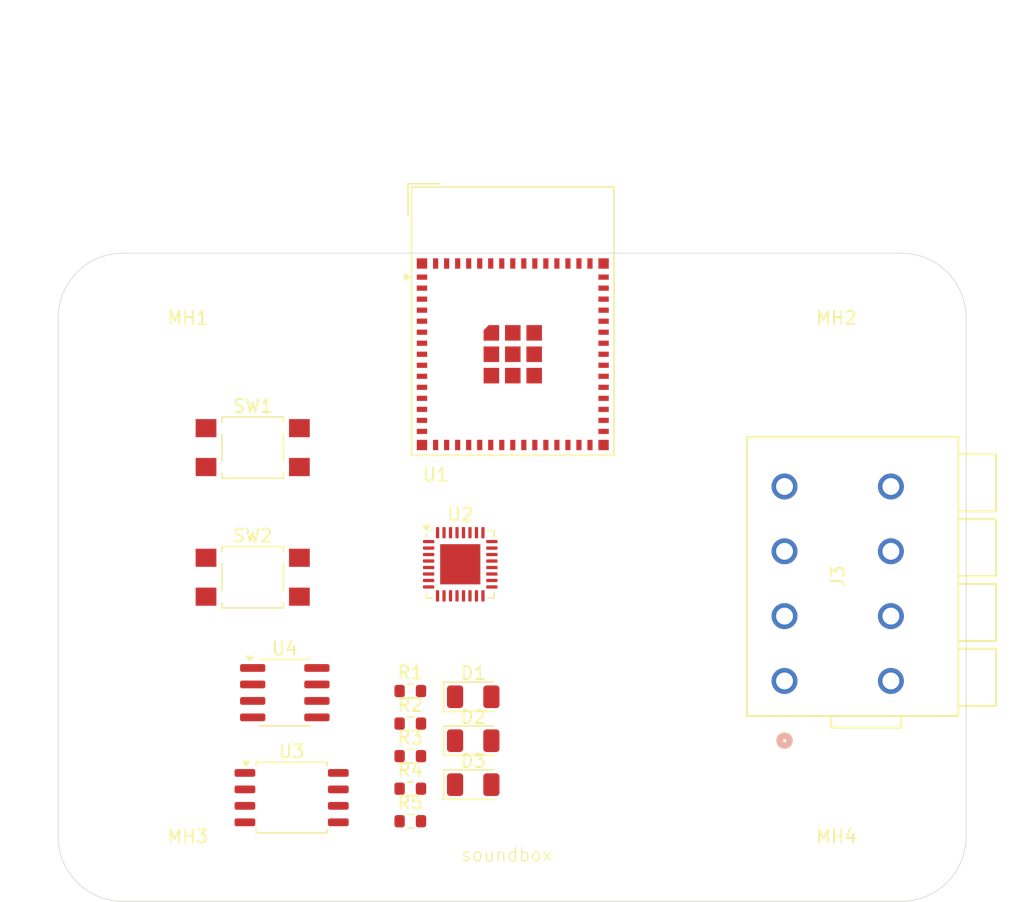
<source format=kicad_pcb>
(kicad_pcb (version 20240108) (generator "pcbnew") (generator_version "8.0")
  (title_block (title "soundbox"))
  (layers (0 "F.Cu" signal) (31 "B.Cu" signal) (34 "B.Paste" user) (35 "F.Paste" user) (36 "B.SilkS" user "B.Silkscreen") (37 "F.SilkS" user "F.Silkscreen") (38 "B.Mask" user) (39 "F.Mask" user) (44 "Edge.Cuts" user))
  (net 0 "")
  (net 5 "Net-(U1-GND-Pad1)")
  (net 31 "VERSION")
  (net 48 "Net-(U2-PVDD-Pad21)")
  (net 52 "Net-(U2-PGND-Pad25)")
  (net 83 "Net-(D1-K)")
  (net 86 "Net-(D2-K)")
  (net 88 "Net-(D3-K)")
  (net 92 "+3V3")
  (net 93 "GND")
  (footprint "Resistor_SMD:R_0603_1608Metric" (layer "F.Cu") (at 137.15 113.82)
    (property "Reference" "R5" (at 0 -1.43 0) (layer "F.SilkS"))
    (property "Value" "5K1")
    (fp_line (start -0.237258 -0.5225) (end 0.237258 -0.5225) (stroke (width 0.12)) (layer "F.SilkS"))
    (fp_line (start -0.237258 0.5225) (end 0.237258 0.5225) (stroke (width 0.12)) (layer "F.SilkS"))
    (pad "1" smd roundrect (at -0.825 0) (size 0.8 0.95) (layers "F.Cu" "F.Paste" "F.Mask") (net 31 "VERSION"))
    (pad "2" smd roundrect (at 0.825 0) (size 0.8 0.95) (layers "F.Cu" "F.Paste" "F.Mask") (net 93 "GND"))
  )
  (footprint "Resistor_SMD:R_0603_1608Metric" (layer "F.Cu") (at 137.15 111.31)
    (property "Reference" "R4" (at 0 -1.43 0) (layer "F.SilkS"))
    (property "Value" "5K1")
    (fp_line (start -0.237258 -0.5225) (end 0.237258 -0.5225) (stroke (width 0.12)) (layer "F.SilkS"))
    (fp_line (start -0.237258 0.5225) (end 0.237258 0.5225) (stroke (width 0.12)) (layer "F.SilkS"))
    (pad "1" smd roundrect (at -0.825 0) (size 0.8 0.95) (layers "F.Cu" "F.Paste" "F.Mask") (net 92 "+3V3"))
    (pad "2" smd roundrect (at 0.825 0) (size 0.8 0.95) (layers "F.Cu" "F.Paste" "F.Mask") (net 31 "VERSION"))
  )
  (footprint "Button_Switch_SMD:SW_SPST_TL3305B" (layer "F.Cu") (at 125 95)
    (property "Reference" "SW2" (at 0 -3.2 0) (layer "F.SilkS"))
    (property "Value" "SW_Push")
    (fp_line (start -2.37 -2.37) (end -2.37 -1.97) (stroke (width 0.12)) (layer "F.SilkS"))
    (fp_line (start -2.37 -2.37) (end 2.37 -2.37) (stroke (width 0.12)) (layer "F.SilkS"))
    (fp_line (start -2.37 1.03) (end -2.37 -1.03) (stroke (width 0.12)) (layer "F.SilkS"))
    (fp_line (start -2.37 2.37) (end -2.37 1.97) (stroke (width 0.12)) (layer "F.SilkS"))
    (fp_line (start -2.37 2.37) (end 2.37 2.37) (stroke (width 0.12)) (layer "F.SilkS"))
    (fp_line (start 2.37 -2.37) (end 2.37 -1.97) (stroke (width 0.12)) (layer "F.SilkS"))
    (fp_line (start 2.37 1.03) (end 2.37 -1.03) (stroke (width 0.12)) (layer "F.SilkS"))
    (fp_line (start 2.37 2.37) (end 2.37 1.97) (stroke (width 0.12)) (layer "F.SilkS"))
    (pad "1" smd rect (at -3.6 -1.5) (size 1.6 1.4) (layers "F.Cu" "F.Paste" "F.Mask"))
    (pad "1" smd rect (at 3.6 -1.5) (size 1.6 1.4) (layers "F.Cu" "F.Paste" "F.Mask"))
    (pad "2" smd rect (at -3.6 1.5) (size 1.6 1.4) (layers "F.Cu" "F.Paste" "F.Mask"))
    (pad "2" smd rect (at 3.6 1.5) (size 1.6 1.4) (layers "F.Cu" "F.Paste" "F.Mask"))
  )
  (footprint "MountingHole:MountingHole_3.2mm_M3" (layer "F.Cu") (at 115 115)
    (property "Reference" "MH3" (at 5 0 0) (layer "F.SilkS"))
    (property "Value" "MountingHole_3.2mm_M3")
    (pad "" np_thru_hole circle (at 0 0) (size 3.2 3.2) (drill 3.2) (layers "*.Cu" "*.Mask"))
  )
  (footprint "RF_Module:ESP32-S2-MINI-1" (layer "F.Cu") (at 145.05 75.25)
    (property "Reference" "U1" (at -5.95 11.85 0) (layer "F.SilkS"))
    (property "Value" "ESP32-S3-MINI-1")
    (fp_line (start -8.075 -10.6) (end -8.075 -8.15) (stroke (width 0.12)) (layer "F.SilkS"))
    (fp_line (start -8.075 -10.6) (end -5.625 -10.6) (stroke (width 0.12)) (layer "F.SilkS"))
    (fp_line (start -7.8 -10.35) (end 7.8 -10.35) (stroke (width 0.12)) (layer "F.SilkS"))
    (fp_line (start -7.8 10.35) (end -7.8 -10.35) (stroke (width 0.12)) (layer "F.SilkS"))
    (fp_line (start 7.8 -10.35) (end 7.8 10.35) (stroke (width 0.12)) (layer "F.SilkS"))
    (fp_line (start 7.8 10.35) (end -7.8 10.35) (stroke (width 0.12)) (layer "F.SilkS"))
    (fp_poly (pts (xy -7.975 -3.4) (xy -8.311 -3.16) (xy -8.311 -3.64) (xy -7.975 -3.4)) (stroke (width 0.12)) (fill solid) (layer "F.SilkS"))
    (pad "1" smd rect (at -7 -3.4) (size 0.8 0.4) (layers "F.Cu" "F.Paste" "F.Mask") (net 5 "Net-(U1-GND-Pad1)"))
    (pad "2" smd rect (at -7 -2.55) (size 0.8 0.4) (layers "F.Cu" "F.Paste" "F.Mask") (net 5 "Net-(U1-GND-Pad1)"))
    (pad "3" smd rect (at -7 -1.7) (size 0.8 0.4) (layers "F.Cu" "F.Paste" "F.Mask"))
    (pad "4" smd rect (at -7 -0.85) (size 0.8 0.4) (layers "F.Cu" "F.Paste" "F.Mask"))
    (pad "5" smd rect (at -7 0) (size 0.8 0.4) (layers "F.Cu" "F.Paste" "F.Mask"))
    (pad "6" smd rect (at -7 0.85) (size 0.8 0.4) (layers "F.Cu" "F.Paste" "F.Mask") (net 31 "VERSION"))
    (pad "7" smd rect (at -7 1.7) (size 0.8 0.4) (layers "F.Cu" "F.Paste" "F.Mask"))
    (pad "8" smd rect (at -7 2.55) (size 0.8 0.4) (layers "F.Cu" "F.Paste" "F.Mask"))
    (pad "9" smd rect (at -7 3.4) (size 0.8 0.4) (layers "F.Cu" "F.Paste" "F.Mask"))
    (pad "10" smd rect (at -7 4.25) (size 0.8 0.4) (layers "F.Cu" "F.Paste" "F.Mask"))
    (pad "11" smd rect (at -7 5.1) (size 0.8 0.4) (layers "F.Cu" "F.Paste" "F.Mask"))
    (pad "12" smd rect (at -7 5.95) (size 0.8 0.4) (layers "F.Cu" "F.Paste" "F.Mask"))
    (pad "13" smd rect (at -7 6.8) (size 0.8 0.4) (layers "F.Cu" "F.Paste" "F.Mask"))
    (pad "14" smd rect (at -7 7.65) (size 0.8 0.4) (layers "F.Cu" "F.Paste" "F.Mask"))
    (pad "15" smd rect (at -7 8.5) (size 0.8 0.4) (layers "F.Cu" "F.Paste" "F.Mask"))
    (pad "16" smd rect (at -5.95 9.55 90) (size 0.8 0.4) (layers "F.Cu" "F.Paste" "F.Mask"))
    (pad "17" smd rect (at -5.1 9.55 90) (size 0.8 0.4) (layers "F.Cu" "F.Paste" "F.Mask"))
    (pad "18" smd rect (at -4.25 9.55 90) (size 0.8 0.4) (layers "F.Cu" "F.Paste" "F.Mask"))
    (pad "19" smd rect (at -3.4 9.55 90) (size 0.8 0.4) (layers "F.Cu" "F.Paste" "F.Mask"))
    (pad "20" smd rect (at -2.55 9.55 90) (size 0.8 0.4) (layers "F.Cu" "F.Paste" "F.Mask"))
    (pad "21" smd rect (at -1.7 9.55 90) (size 0.8 0.4) (layers "F.Cu" "F.Paste" "F.Mask"))
    (pad "22" smd rect (at -0.85 9.55 90) (size 0.8 0.4) (layers "F.Cu" "F.Paste" "F.Mask"))
    (pad "23" smd rect (at 0 9.55 90) (size 0.8 0.4) (layers "F.Cu" "F.Paste" "F.Mask"))
    (pad "24" smd rect (at 0.85 9.55 90) (size 0.8 0.4) (layers "F.Cu" "F.Paste" "F.Mask"))
    (pad "25" smd rect (at 1.7 9.55 90) (size 0.8 0.4) (layers "F.Cu" "F.Paste" "F.Mask"))
    (pad "26" smd rect (at 2.55 9.55 90) (size 0.8 0.4) (layers "F.Cu" "F.Paste" "F.Mask"))
    (pad "27" smd rect (at 3.4 9.55 90) (size 0.8 0.4) (layers "F.Cu" "F.Paste" "F.Mask"))
    (pad "28" smd rect (at 4.25 9.55 90) (size 0.8 0.4) (layers "F.Cu" "F.Paste" "F.Mask"))
    (pad "29" smd rect (at 5.1 9.55 90) (size 0.8 0.4) (layers "F.Cu" "F.Paste" "F.Mask"))
    (pad "30" smd rect (at 5.95 9.55 90) (size 0.8 0.4) (layers "F.Cu" "F.Paste" "F.Mask"))
    (pad "31" smd rect (at 7 8.5) (size 0.8 0.4) (layers "F.Cu" "F.Paste" "F.Mask"))
    (pad "32" smd rect (at 7 7.65) (size 0.8 0.4) (layers "F.Cu" "F.Paste" "F.Mask"))
    (pad "33" smd rect (at 7 6.8) (size 0.8 0.4) (layers "F.Cu" "F.Paste" "F.Mask"))
    (pad "34" smd rect (at 7 5.95) (size 0.8 0.4) (layers "F.Cu" "F.Paste" "F.Mask"))
    (pad "35" smd rect (at 7 5.1) (size 0.8 0.4) (layers "F.Cu" "F.Paste" "F.Mask"))
    (pad "36" smd rect (at 7 4.25) (size 0.8 0.4) (layers "F.Cu" "F.Paste" "F.Mask"))
    (pad "37" smd rect (at 7 3.4) (size 0.8 0.4) (layers "F.Cu" "F.Paste" "F.Mask"))
    (pad "38" smd rect (at 7 2.55) (size 0.8 0.4) (layers "F.Cu" "F.Paste" "F.Mask"))
    (pad "39" smd rect (at 7 1.7) (size 0.8 0.4) (layers "F.Cu" "F.Paste" "F.Mask"))
    (pad "40" smd rect (at 7 0.85) (size 0.8 0.4) (layers "F.Cu" "F.Paste" "F.Mask"))
    (pad "41" smd rect (at 7 0) (size 0.8 0.4) (layers "F.Cu" "F.Paste" "F.Mask"))
    (pad "42" smd rect (at 7 -0.85) (size 0.8 0.4) (layers "F.Cu" "F.Paste" "F.Mask") (net 5 "Net-(U1-GND-Pad1)"))
    (pad "43" smd rect (at 7 -1.7) (size 0.8 0.4) (layers "F.Cu" "F.Paste" "F.Mask") (net 5 "Net-(U1-GND-Pad1)"))
    (pad "44" smd rect (at 7 -2.55) (size 0.8 0.4) (layers "F.Cu" "F.Paste" "F.Mask"))
    (pad "45" smd rect (at 7 -3.4) (size 0.8 0.4) (layers "F.Cu" "F.Paste" "F.Mask"))
    (pad "46" smd rect (at 5.95 -4.45 90) (size 0.8 0.4) (layers "F.Cu" "F.Paste" "F.Mask") (net 5 "Net-(U1-GND-Pad1)"))
    (pad "47" smd rect (at 5.1 -4.45 90) (size 0.8 0.4) (layers "F.Cu" "F.Paste" "F.Mask") (net 5 "Net-(U1-GND-Pad1)"))
    (pad "48" smd rect (at 4.25 -4.45 90) (size 0.8 0.4) (layers "F.Cu" "F.Paste" "F.Mask") (net 5 "Net-(U1-GND-Pad1)"))
    (pad "49" smd rect (at 3.4 -4.45 90) (size 0.8 0.4) (layers "F.Cu" "F.Paste" "F.Mask") (net 5 "Net-(U1-GND-Pad1)"))
    (pad "50" smd rect (at 2.55 -4.45 90) (size 0.8 0.4) (layers "F.Cu" "F.Paste" "F.Mask") (net 5 "Net-(U1-GND-Pad1)"))
    (pad "51" smd rect (at 1.7 -4.45 90) (size 0.8 0.4) (layers "F.Cu" "F.Paste" "F.Mask") (net 5 "Net-(U1-GND-Pad1)"))
    (pad "52" smd rect (at 0.85 -4.45 90) (size 0.8 0.4) (layers "F.Cu" "F.Paste" "F.Mask") (net 5 "Net-(U1-GND-Pad1)"))
    (pad "53" smd rect (at 0 -4.45 90) (size 0.8 0.4) (layers "F.Cu" "F.Paste" "F.Mask") (net 5 "Net-(U1-GND-Pad1)"))
    (pad "54" smd rect (at -0.85 -4.45 90) (size 0.8 0.4) (layers "F.Cu" "F.Paste" "F.Mask") (net 5 "Net-(U1-GND-Pad1)"))
    (pad "55" smd rect (at -1.7 -4.45 90) (size 0.8 0.4) (layers "F.Cu" "F.Paste" "F.Mask") (net 5 "Net-(U1-GND-Pad1)"))
    (pad "56" smd rect (at -2.55 -4.45 90) (size 0.8 0.4) (layers "F.Cu" "F.Paste" "F.Mask") (net 5 "Net-(U1-GND-Pad1)"))
    (pad "57" smd rect (at -3.4 -4.45 90) (size 0.8 0.4) (layers "F.Cu" "F.Paste" "F.Mask") (net 5 "Net-(U1-GND-Pad1)"))
    (pad "58" smd rect (at -4.25 -4.45 90) (size 0.8 0.4) (layers "F.Cu" "F.Paste" "F.Mask") (net 5 "Net-(U1-GND-Pad1)"))
    (pad "59" smd rect (at -5.1 -4.45 90) (size 0.8 0.4) (layers "F.Cu" "F.Paste" "F.Mask") (net 5 "Net-(U1-GND-Pad1)"))
    (pad "60" smd rect (at -5.95 -4.45 90) (size 0.8 0.4) (layers "F.Cu" "F.Paste" "F.Mask") (net 5 "Net-(U1-GND-Pad1)"))
    (pad "61" smd roundrect (at -1.65 0.9) (size 1.2 1.2) (layers "F.Cu" "F.Paste" "F.Mask") (roundrect_rratio 0) (chamfer_ratio 0.33) (chamfer top_left) (net 5 "Net-(U1-GND-Pad1)"))
    (pad "61" smd rect (at -1.65 2.55) (size 1.2 1.2) (layers "F.Cu" "F.Paste" "F.Mask") (net 5 "Net-(U1-GND-Pad1)"))
    (pad "61" smd rect (at -1.65 4.2) (size 1.2 1.2) (layers "F.Cu" "F.Paste" "F.Mask") (net 5 "Net-(U1-GND-Pad1)"))
    (pad "61" smd rect (at 0 0.9) (size 1.2 1.2) (layers "F.Cu" "F.Paste" "F.Mask") (net 5 "Net-(U1-GND-Pad1)"))
    (pad "61" smd rect (at 0 2.55) (size 1.2 1.2) (layers "F.Cu" "F.Paste" "F.Mask") (net 5 "Net-(U1-GND-Pad1)"))
    (pad "61" smd rect (at 0 4.2) (size 1.2 1.2) (layers "F.Cu" "F.Paste" "F.Mask") (net 5 "Net-(U1-GND-Pad1)"))
    (pad "61" smd rect (at 1.65 0.9) (size 1.2 1.2) (layers "F.Cu" "F.Paste" "F.Mask") (net 5 "Net-(U1-GND-Pad1)"))
    (pad "61" smd rect (at 1.65 2.55) (size 1.2 1.2) (layers "F.Cu" "F.Paste" "F.Mask") (net 5 "Net-(U1-GND-Pad1)"))
    (pad "61" smd rect (at 1.65 4.2) (size 1.2 1.2) (layers "F.Cu" "F.Paste" "F.Mask") (net 5 "Net-(U1-GND-Pad1)"))
    (pad "62" smd rect (at -7 -4.45) (size 0.8 0.8) (layers "F.Cu" "F.Paste" "F.Mask") (net 5 "Net-(U1-GND-Pad1)"))
    (pad "63" smd rect (at -7 9.55) (size 0.8 0.8) (layers "F.Cu" "F.Paste" "F.Mask") (net 5 "Net-(U1-GND-Pad1)"))
    (pad "64" smd rect (at 7 9.55) (size 0.8 0.8) (layers "F.Cu" "F.Paste" "F.Mask") (net 5 "Net-(U1-GND-Pad1)"))
    (pad "65" smd rect (at 7 -4.45) (size 0.8 0.8) (layers "F.Cu" "F.Paste" "F.Mask") (net 5 "Net-(U1-GND-Pad1)"))
  )
  (footprint "MountingHole:MountingHole_3.2mm_M3" (layer "F.Cu") (at 115 75)
    (property "Reference" "MH1" (at 5 0 0) (layer "F.SilkS"))
    (property "Value" "MountingHole_3.2mm_M3")
    (pad "" np_thru_hole circle (at 0 0) (size 3.2 3.2) (drill 3.2) (layers "*.Cu" "*.Mask"))
  )
  (footprint "Resistor_SMD:R_0603_1608Metric" (layer "F.Cu") (at 137.15 106.29)
    (property "Reference" "R2" (at 0 -1.43 0) (layer "F.SilkS"))
    (property "Value" "10R")
    (fp_line (start -0.237258 -0.5225) (end 0.237258 -0.5225) (stroke (width 0.12)) (layer "F.SilkS"))
    (fp_line (start -0.237258 0.5225) (end 0.237258 0.5225) (stroke (width 0.12)) (layer "F.SilkS"))
    (pad "1" smd roundrect (at -0.825 0) (size 0.8 0.95) (layers "F.Cu" "F.Paste" "F.Mask") (net 86 "Net-(D2-K)"))
    (pad "2" smd roundrect (at 0.825 0) (size 0.8 0.95) (layers "F.Cu" "F.Paste" "F.Mask"))
  )
  (footprint "Resistor_SMD:R_0603_1608Metric" (layer "F.Cu") (at 137.15 103.78)
    (property "Reference" "R1" (at 0 -1.43 0) (layer "F.SilkS"))
    (property "Value" "130R")
    (fp_line (start -0.237258 -0.5225) (end 0.237258 -0.5225) (stroke (width 0.12)) (layer "F.SilkS"))
    (fp_line (start -0.237258 0.5225) (end 0.237258 0.5225) (stroke (width 0.12)) (layer "F.SilkS"))
    (pad "1" smd roundrect (at -0.825 0) (size 0.8 0.95) (layers "F.Cu" "F.Paste" "F.Mask") (net 83 "Net-(D1-K)"))
    (pad "2" smd roundrect (at 0.825 0) (size 0.8 0.95) (layers "F.Cu" "F.Paste" "F.Mask"))
  )
  (footprint "MountingHole:MountingHole_3.2mm_M3" (layer "F.Cu") (at 175 115)
    (property "Reference" "MH4" (at -5 0 0) (layer "F.SilkS"))
    (property "Value" "MountingHole_3.2mm_M3")
    (pad "" np_thru_hole circle (at 0 0) (size 3.2 3.2) (drill 3.2) (layers "*.Cu" "*.Mask"))
  )
  (footprint "Button_Switch_SMD:SW_SPST_TL3305B" (layer "F.Cu") (at 125 85)
    (property "Reference" "SW1" (at 0 -3.2 0) (layer "F.SilkS"))
    (property "Value" "SW_Push")
    (fp_line (start -2.37 -2.37) (end -2.37 -1.97) (stroke (width 0.12)) (layer "F.SilkS"))
    (fp_line (start -2.37 -2.37) (end 2.37 -2.37) (stroke (width 0.12)) (layer "F.SilkS"))
    (fp_line (start -2.37 1.03) (end -2.37 -1.03) (stroke (width 0.12)) (layer "F.SilkS"))
    (fp_line (start -2.37 2.37) (end -2.37 1.97) (stroke (width 0.12)) (layer "F.SilkS"))
    (fp_line (start -2.37 2.37) (end 2.37 2.37) (stroke (width 0.12)) (layer "F.SilkS"))
    (fp_line (start 2.37 -2.37) (end 2.37 -1.97) (stroke (width 0.12)) (layer "F.SilkS"))
    (fp_line (start 2.37 1.03) (end 2.37 -1.03) (stroke (width 0.12)) (layer "F.SilkS"))
    (fp_line (start 2.37 2.37) (end 2.37 1.97) (stroke (width 0.12)) (layer "F.SilkS"))
    (pad "1" smd rect (at -3.6 -1.5) (size 1.6 1.4) (layers "F.Cu" "F.Paste" "F.Mask"))
    (pad "1" smd rect (at 3.6 -1.5) (size 1.6 1.4) (layers "F.Cu" "F.Paste" "F.Mask"))
    (pad "2" smd rect (at -3.6 1.5) (size 1.6 1.4) (layers "F.Cu" "F.Paste" "F.Mask"))
    (pad "2" smd rect (at 3.6 1.5) (size 1.6 1.4) (layers "F.Cu" "F.Paste" "F.Mask"))
  )
  (footprint "LED_SMD:LED_1206_3216Metric" (layer "F.Cu") (at 142 107.61)
    (property "Reference" "D2" (at 0 -1.82 0) (layer "F.SilkS"))
    (property "Value" "blue")
    (fp_line (start -2.285 -1.135) (end -2.285 1.135) (stroke (width 0.12)) (layer "F.SilkS"))
    (fp_line (start -2.285 1.135) (end 1.6 1.135) (stroke (width 0.12)) (layer "F.SilkS"))
    (fp_line (start 1.6 -1.135) (end -2.285 -1.135) (stroke (width 0.12)) (layer "F.SilkS"))
    (pad "1" smd roundrect (at -1.4 0) (size 1.25 1.75) (layers "F.Cu" "F.Paste" "F.Mask") (roundrect_rratio 0.2) (net 86 "Net-(D2-K)"))
    (pad "2" smd roundrect (at 1.4 0) (size 1.25 1.75) (layers "F.Cu" "F.Paste" "F.Mask") (roundrect_rratio 0.2))
  )
  (footprint "Package_DFN_QFN:VQFN-32-1EP_5x5mm_P0.5mm_EP3.1x3.1mm" (layer "F.Cu") (at 141 94)
    (property "Reference" "U2" (at 0 -3.83 0) (layer "F.SilkS"))
    (property "Value" "TAS5825MRHB")
    (fp_line (start -2.61 -2.135) (end -2.61 -2.37) (stroke (width 0.12)) (layer "F.SilkS"))
    (fp_line (start -2.61 2.61) (end -2.61 2.135) (stroke (width 0.12)) (layer "F.SilkS"))
    (fp_line (start -2.135 -2.61) (end -2.31 -2.61) (stroke (width 0.12)) (layer "F.SilkS"))
    (fp_line (start -2.135 2.61) (end -2.61 2.61) (stroke (width 0.12)) (layer "F.SilkS"))
    (fp_line (start 2.135 -2.61) (end 2.61 -2.61) (stroke (width 0.12)) (layer "F.SilkS"))
    (fp_line (start 2.135 2.61) (end 2.61 2.61) (stroke (width 0.12)) (layer "F.SilkS"))
    (fp_line (start 2.61 -2.61) (end 2.61 -2.135) (stroke (width 0.12)) (layer "F.SilkS"))
    (fp_line (start 2.61 2.61) (end 2.61 2.135) (stroke (width 0.12)) (layer "F.SilkS"))
    (fp_poly (pts (xy -2.61 -2.61) (xy -2.85 -2.94) (xy -2.37 -2.94) (xy -2.61 -2.61)) (stroke (width 0.12)) (fill solid) (layer "F.SilkS"))
    (pad "1" smd roundrect (at -2.4375 -1.75) (size 0.875 0.25) (layers "F.Cu" "F.Paste" "F.Mask"))
    (pad "2" smd roundrect (at -2.4375 -1.25) (size 0.875 0.25) (layers "F.Cu" "F.Paste" "F.Mask"))
    (pad "3" smd roundrect (at -2.4375 -0.75) (size 0.875 0.25) (layers "F.Cu" "F.Paste" "F.Mask") (net 48 "Net-(U2-PVDD-Pad21)"))
    (pad "4" smd roundrect (at -2.4375 -0.25) (size 0.875 0.25) (layers "F.Cu" "F.Paste" "F.Mask") (net 48 "Net-(U2-PVDD-Pad21)"))
    (pad "5" smd roundrect (at -2.4375 0.25) (size 0.875 0.25) (layers "F.Cu" "F.Paste" "F.Mask"))
    (pad "6" smd roundrect (at -2.4375 0.75) (size 0.875 0.25) (layers "F.Cu" "F.Paste" "F.Mask"))
    (pad "7" smd roundrect (at -2.4375 1.25) (size 0.875 0.25) (layers "F.Cu" "F.Paste" "F.Mask"))
    (pad "8" smd roundrect (at -2.4375 1.75) (size 0.875 0.25) (layers "F.Cu" "F.Paste" "F.Mask"))
    (pad "9" smd roundrect (at -1.75 2.4375) (size 0.25 0.875) (layers "F.Cu" "F.Paste" "F.Mask"))
    (pad "10" smd roundrect (at -1.25 2.4375) (size 0.25 0.875) (layers "F.Cu" "F.Paste" "F.Mask"))
    (pad "11" smd roundrect (at -0.75 2.4375) (size 0.25 0.875) (layers "F.Cu" "F.Paste" "F.Mask"))
    (pad "12" smd roundrect (at -0.25 2.4375) (size 0.25 0.875) (layers "F.Cu" "F.Paste" "F.Mask"))
    (pad "13" smd roundrect (at 0.25 2.4375) (size 0.25 0.875) (layers "F.Cu" "F.Paste" "F.Mask"))
    (pad "14" smd roundrect (at 0.75 2.4375) (size 0.25 0.875) (layers "F.Cu" "F.Paste" "F.Mask"))
    (pad "15" smd roundrect (at 1.25 2.4375) (size 0.25 0.875) (layers "F.Cu" "F.Paste" "F.Mask"))
    (pad "16" smd roundrect (at 1.75 2.4375) (size 0.25 0.875) (layers "F.Cu" "F.Paste" "F.Mask"))
    (pad "17" smd roundrect (at 2.4375 1.75) (size 0.875 0.25) (layers "F.Cu" "F.Paste" "F.Mask"))
    (pad "18" smd roundrect (at 2.4375 1.25) (size 0.875 0.25) (layers "F.Cu" "F.Paste" "F.Mask"))
    (pad "19" smd roundrect (at 2.4375 0.75) (size 0.875 0.25) (layers "F.Cu" "F.Paste" "F.Mask"))
    (pad "20" smd roundrect (at 2.4375 0.25) (size 0.875 0.25) (layers "F.Cu" "F.Paste" "F.Mask"))
    (pad "21" smd roundrect (at 2.4375 -0.25) (size 0.875 0.25) (layers "F.Cu" "F.Paste" "F.Mask") (net 48 "Net-(U2-PVDD-Pad21)"))
    (pad "22" smd roundrect (at 2.4375 -0.75) (size 0.875 0.25) (layers "F.Cu" "F.Paste" "F.Mask") (net 48 "Net-(U2-PVDD-Pad21)"))
    (pad "23" smd roundrect (at 2.4375 -1.25) (size 0.875 0.25) (layers "F.Cu" "F.Paste" "F.Mask"))
    (pad "24" smd roundrect (at 2.4375 -1.75) (size 0.875 0.25) (layers "F.Cu" "F.Paste" "F.Mask"))
    (pad "25" smd roundrect (at 1.75 -2.4375) (size 0.25 0.875) (layers "F.Cu" "F.Paste" "F.Mask") (net 52 "Net-(U2-PGND-Pad25)"))
    (pad "26" smd roundrect (at 1.25 -2.4375) (size 0.25 0.875) (layers "F.Cu" "F.Paste" "F.Mask") (net 52 "Net-(U2-PGND-Pad25)"))
    (pad "27" smd roundrect (at 0.75 -2.4375) (size 0.25 0.875) (layers "F.Cu" "F.Paste" "F.Mask"))
    (pad "28" smd roundrect (at 0.25 -2.4375) (size 0.25 0.875) (layers "F.Cu" "F.Paste" "F.Mask"))
    (pad "29" smd roundrect (at -0.25 -2.4375) (size 0.25 0.875) (layers "F.Cu" "F.Paste" "F.Mask"))
    (pad "30" smd roundrect (at -0.75 -2.4375) (size 0.25 0.875) (layers "F.Cu" "F.Paste" "F.Mask"))
    (pad "31" smd roundrect (at -1.25 -2.4375) (size 0.25 0.875) (layers "F.Cu" "F.Paste" "F.Mask") (net 52 "Net-(U2-PGND-Pad25)"))
    (pad "32" smd roundrect (at -1.75 -2.4375) (size 0.25 0.875) (layers "F.Cu" "F.Paste" "F.Mask") (net 52 "Net-(U2-PGND-Pad25)"))
    (pad "33" smd rect (at 0 0) (size 3.1 3.1) (property pad_prop_heatsink) (layers "F.Cu" "F.Mask"))
  )
  (footprint "MountingHole:MountingHole_3.2mm_M3" (layer "F.Cu") (at 175 75)
    (property "Reference" "MH2" (at -5 0 0) (layer "F.SilkS"))
    (property "Value" "MountingHole_3.2mm_M3")
    (pad "" np_thru_hole circle (at 0 0) (size 3.2 3.2) (drill 3.2) (layers "*.Cu" "*.Mask"))
  )
  (footprint "LED_SMD:LED_1206_3216Metric" (layer "F.Cu") (at 142 111)
    (property "Reference" "D3" (at 0 -1.82 0) (layer "F.SilkS"))
    (property "Value" "red")
    (fp_line (start -2.285 -1.135) (end -2.285 1.135) (stroke (width 0.12)) (layer "F.SilkS"))
    (fp_line (start -2.285 1.135) (end 1.6 1.135) (stroke (width 0.12)) (layer "F.SilkS"))
    (fp_line (start 1.6 -1.135) (end -2.285 -1.135) (stroke (width 0.12)) (layer "F.SilkS"))
    (pad "1" smd roundrect (at -1.4 0) (size 1.25 1.75) (layers "F.Cu" "F.Paste" "F.Mask") (roundrect_rratio 0.2) (net 88 "Net-(D3-K)"))
    (pad "2" smd roundrect (at 1.4 0) (size 1.25 1.75) (layers "F.Cu" "F.Paste" "F.Mask") (roundrect_rratio 0.2))
  )
  (footprint "Package_SO:SOIC-8_5.23x5.23mm_P1.27mm" (layer "F.Cu") (at 128 112)
    (property "Reference" "U3" (at 0 -3.56 0) (layer "F.SilkS"))
    (property "Value" "W25Q32JVSS")
    (fp_line (start -2.725 -2.725) (end -2.725 -2.465) (stroke (width 0.12)) (layer "F.SilkS"))
    (fp_line (start -2.725 2.725) (end -2.725 2.465) (stroke (width 0.12)) (layer "F.SilkS"))
    (fp_line (start 0 -2.725) (end -2.725 -2.725) (stroke (width 0.12)) (layer "F.SilkS"))
    (fp_line (start 0 -2.725) (end 2.725 -2.725) (stroke (width 0.12)) (layer "F.SilkS"))
    (fp_line (start 0 2.725) (end -2.725 2.725) (stroke (width 0.12)) (layer "F.SilkS"))
    (fp_line (start 0 2.725) (end 2.725 2.725) (stroke (width 0.12)) (layer "F.SilkS"))
    (fp_line (start 2.725 -2.725) (end 2.725 -2.465) (stroke (width 0.12)) (layer "F.SilkS"))
    (fp_line (start 2.725 2.725) (end 2.725 2.465) (stroke (width 0.12)) (layer "F.SilkS"))
    (fp_poly (pts (xy -3.5075 -2.465) (xy -3.7475 -2.795) (xy -3.2675 -2.795) (xy -3.5075 -2.465)) (stroke (width 0.12)) (fill solid) (layer "F.SilkS"))
    (pad "1" smd roundrect (at -3.6 -1.905) (size 1.6 0.6) (layers "F.Cu" "F.Paste" "F.Mask"))
    (pad "2" smd roundrect (at -3.6 -0.635) (size 1.6 0.6) (layers "F.Cu" "F.Paste" "F.Mask"))
    (pad "3" smd roundrect (at -3.6 0.635) (size 1.6 0.6) (layers "F.Cu" "F.Paste" "F.Mask"))
    (pad "4" smd roundrect (at -3.6 1.905) (size 1.6 0.6) (layers "F.Cu" "F.Paste" "F.Mask"))
    (pad "5" smd roundrect (at 3.6 1.905) (size 1.6 0.6) (layers "F.Cu" "F.Paste" "F.Mask"))
    (pad "6" smd roundrect (at 3.6 0.635) (size 1.6 0.6) (layers "F.Cu" "F.Paste" "F.Mask"))
    (pad "7" smd roundrect (at 3.6 -0.635) (size 1.6 0.6) (layers "F.Cu" "F.Paste" "F.Mask"))
    (pad "8" smd roundrect (at 3.6 -1.905) (size 1.6 0.6) (layers "F.Cu" "F.Paste" "F.Mask"))
  )
  (footprint "Ultra_Librarian:CONN4_2604-1104_WAG" (layer "F.Cu") (at 166 103.000001 90)
    (property "Reference" "J3" (at 8.049999 4.099999 90) (layer "F.SilkS"))
    (property "Value" "2604-1104")
    (fp_circle (center -4.605001 0) (end -4.224001 0) (stroke (width 0.508)) (fill none) (layer "B.SilkS"))
    (fp_line (start 18.800001 -2.9) (end 18.800001 13.400001) (stroke (width 0.1524)) (layer "F.SilkS"))
    (fp_line (start -2.7 -2.9) (end 18.800001 -2.9) (stroke (width 0.1524)) (layer "F.SilkS"))
    (fp_line (start -2.699999 3.600003) (end -3.6 3.600003) (stroke (width 0.1524)) (layer "F.SilkS"))
    (fp_line (start -2.699999 9.000002) (end -3.6 9.000002) (stroke (width 0.1524)) (layer "F.SilkS"))
    (fp_line (start -3.6 9.000002) (end -3.6 3.600003) (stroke (width 0.1524)) (layer "F.SilkS"))
    (fp_line (start 17.479998 13.400001) (end 17.479998 16.3) (stroke (width 0.1524)) (layer "F.SilkS"))
    (fp_line (start 13.079999 13.400001) (end 13.079999 16.3) (stroke (width 0.1524)) (layer "F.SilkS"))
    (fp_line (start 12.479998 13.400001) (end 12.479998 16.3) (stroke (width 0.1524)) (layer "F.SilkS"))
    (fp_line (start 8.079999 13.400001) (end 8.079999 16.3) (stroke (width 0.1524)) (layer "F.SilkS"))
    (fp_line (start 7.479998 13.400001) (end 7.479998 16.3) (stroke (width 0.1524)) (layer "F.SilkS"))
    (fp_line (start 3.079999 13.400001) (end 3.079999 16.3) (stroke (width 0.1524)) (layer "F.SilkS"))
    (fp_line (start 2.479998 13.400001) (end 2.479998 16.3) (stroke (width 0.1524)) (layer "F.SilkS"))
    (fp_line (start -1.920001 13.400001) (end -1.920001 16.3) (stroke (width 0.1524)) (layer "F.SilkS"))
    (fp_line (start -2.7 13.400001) (end -2.7 -2.9) (stroke (width 0.1524)) (layer "F.SilkS"))
    (fp_line (start -2.7 13.400001) (end 18.800001 13.400001) (stroke (width 0.1524)) (layer "F.SilkS"))
    (fp_line (start 13.079999 16.3) (end 17.479998 16.3) (stroke (width 0.1524)) (layer "F.SilkS"))
    (fp_line (start 8.079999 16.3) (end 12.479998 16.3) (stroke (width 0.1524)) (layer "F.SilkS"))
    (fp_line (start 3.079999 16.3) (end 7.479998 16.3) (stroke (width 0.1524)) (layer "F.SilkS"))
    (fp_line (start -1.920001 16.3) (end 2.479998 16.3) (stroke (width 0.1524)) (layer "F.SilkS"))
    (fp_circle (center -4.605001 0) (end -4.224001 0) (stroke (width 0.508)) (fill none) (layer "F.SilkS"))
    (pad "1" thru_hole circle (at 0 0 90) (size 2 2) (drill 1.3) (layers "*.Cu" "*.Mask"))
    (pad "2" thru_hole circle (at 0 8.199999 90) (size 2 2) (drill 1.3) (layers "*.Cu" "*.Mask"))
    (pad "3" thru_hole circle (at 5 0 90) (size 2 2) (drill 1.3) (layers "*.Cu" "*.Mask"))
    (pad "4" thru_hole circle (at 5 8.199999 90) (size 2 2) (drill 1.3) (layers "*.Cu" "*.Mask"))
    (pad "5" thru_hole circle (at 10.000001 0 90) (size 2 2) (drill 1.3) (layers "*.Cu" "*.Mask"))
    (pad "6" thru_hole circle (at 10.000001 8.199999 90) (size 2 2) (drill 1.3) (layers "*.Cu" "*.Mask"))
    (pad "7" thru_hole circle (at 15.000001 0 90) (size 2 2) (drill 1.3) (layers "*.Cu" "*.Mask"))
    (pad "8" thru_hole circle (at 15.000001 8.199999 90) (size 2 2) (drill 1.3) (layers "*.Cu" "*.Mask"))
  )
  (footprint "Package_SO:SOIC-8_3.9x4.9mm_P1.27mm" (layer "F.Cu") (at 127.475 103.905)
    (property "Reference" "U4" (at 0 -3.4 0) (layer "F.SilkS"))
    (property "Value" "M95256-WMN6P")
    (fp_line (start 0 -2.56) (end -1.95 -2.56) (stroke (width 0.12)) (layer "F.SilkS"))
    (fp_line (start 0 -2.56) (end 1.95 -2.56) (stroke (width 0.12)) (layer "F.SilkS"))
    (fp_line (start 0 2.56) (end -1.95 2.56) (stroke (width 0.12)) (layer "F.SilkS"))
    (fp_line (start 0 2.56) (end 1.95 2.56) (stroke (width 0.12)) (layer "F.SilkS"))
    (fp_poly (pts (xy -2.7 -2.465) (xy -2.94 -2.795) (xy -2.46 -2.795) (xy -2.7 -2.465)) (stroke (width 0.12)) (fill solid) (layer "F.SilkS"))
    (pad "1" smd roundrect (at -2.475 -1.905) (size 1.95 0.6) (layers "F.Cu" "F.Paste" "F.Mask"))
    (pad "2" smd roundrect (at -2.475 -0.635) (size 1.95 0.6) (layers "F.Cu" "F.Paste" "F.Mask"))
    (pad "3" smd roundrect (at -2.475 0.635) (size 1.95 0.6) (layers "F.Cu" "F.Paste" "F.Mask"))
    (pad "4" smd roundrect (at -2.475 1.905) (size 1.95 0.6) (layers "F.Cu" "F.Paste" "F.Mask"))
    (pad "5" smd roundrect (at 2.475 1.905) (size 1.95 0.6) (layers "F.Cu" "F.Paste" "F.Mask"))
    (pad "6" smd roundrect (at 2.475 0.635) (size 1.95 0.6) (layers "F.Cu" "F.Paste" "F.Mask"))
    (pad "7" smd roundrect (at 2.475 -0.635) (size 1.95 0.6) (layers "F.Cu" "F.Paste" "F.Mask"))
    (pad "8" smd roundrect (at 2.475 -1.905) (size 1.95 0.6) (layers "F.Cu" "F.Paste" "F.Mask"))
  )
  (footprint "LED_SMD:LED_1206_3216Metric" (layer "F.Cu") (at 142 104.22)
    (property "Reference" "D1" (at 0 -1.82 0) (layer "F.SilkS"))
    (property "Value" "green")
    (fp_line (start -2.285 -1.135) (end -2.285 1.135) (stroke (width 0.12)) (layer "F.SilkS"))
    (fp_line (start -2.285 1.135) (end 1.6 1.135) (stroke (width 0.12)) (layer "F.SilkS"))
    (fp_line (start 1.6 -1.135) (end -2.285 -1.135) (stroke (width 0.12)) (layer "F.SilkS"))
    (pad "1" smd roundrect (at -1.4 0) (size 1.25 1.75) (layers "F.Cu" "F.Paste" "F.Mask") (roundrect_rratio 0.2) (net 83 "Net-(D1-K)"))
    (pad "2" smd roundrect (at 1.4 0) (size 1.25 1.75) (layers "F.Cu" "F.Paste" "F.Mask") (roundrect_rratio 0.2))
  )
  (footprint "Resistor_SMD:R_0603_1608Metric" (layer "F.Cu") (at 137.15 108.8)
    (property "Reference" "R3" (at 0 -1.43 0) (layer "F.SilkS"))
    (property "Value" "130R")
    (fp_line (start -0.237258 -0.5225) (end 0.237258 -0.5225) (stroke (width 0.12)) (layer "F.SilkS"))
    (fp_line (start -0.237258 0.5225) (end 0.237258 0.5225) (stroke (width 0.12)) (layer "F.SilkS"))
    (pad "1" smd roundrect (at -0.825 0) (size 0.8 0.95) (layers "F.Cu" "F.Paste" "F.Mask") (net 88 "Net-(D3-K)"))
    (pad "2" smd roundrect (at 0.825 0) (size 0.8 0.95) (layers "F.Cu" "F.Paste" "F.Mask"))
  )
  (gr_arc (start 115 120) (mid 111.464466 118.535534) (end 110 115) (stroke (width 0.05)) (layer "Edge.Cuts"))
  (gr_arc (start 110 75) (mid 111.464466 71.464466) (end 115 70) (stroke (width 0.05)) (layer "Edge.Cuts"))
  (gr_line (start 175 120) (end 115 120) (stroke (width 0.05)) (layer "Edge.Cuts"))
  (gr_line (start 115 70) (end 175 70) (stroke (width 0.05)) (layer "Edge.Cuts"))
  (gr_arc (start 180 115) (mid 178.535534 118.535534) (end 175 120) (stroke (width 0.05)) (layer "Edge.Cuts"))
  (gr_arc (start 175 70) (mid 178.535534 71.464466) (end 180 75) (stroke (width 0.05)) (layer "Edge.Cuts"))
  (gr_line (start 110 115) (end 110 75) (stroke (width 0.05)) (layer "Edge.Cuts"))
  (gr_line (start 180 75) (end 180 115) (stroke (width 0.05)) (layer "Edge.Cuts"))
  (gr_text "soundbox" (at 141 117 0) (layer "F.SilkS") (effects (font (size 1 1) (thickness 0.1)) (justify left bottom)))
)
</source>
